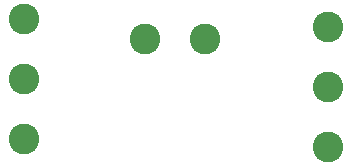
<source format=gts>
G04 Layer: TopSolderMaskLayer*
G04 EasyEDA v6.4.5, 2020-09-16T10:22:01--6:00*
G04 ded4796badf941d083ba3d0fd9e507c2,10*
G04 Gerber Generator version 0.2*
G04 Scale: 100 percent, Rotated: No, Reflected: No *
G04 Dimensions in inches *
G04 leading zeros omitted , absolute positions ,2 integer and 4 decimal *
%FSLAX24Y24*%
%MOIN*%
G90*
G70D02*

%ADD14C,0.102488*%

%LPD*%
G54D14*
G01X8200Y5050D03*
G01X6200Y5050D03*
G01X2150Y5700D03*
G01X2150Y3700D03*
G01X2150Y1700D03*
G01X12300Y1450D03*
G01X12300Y3450D03*
G01X12300Y5450D03*
M00*
M02*

</source>
